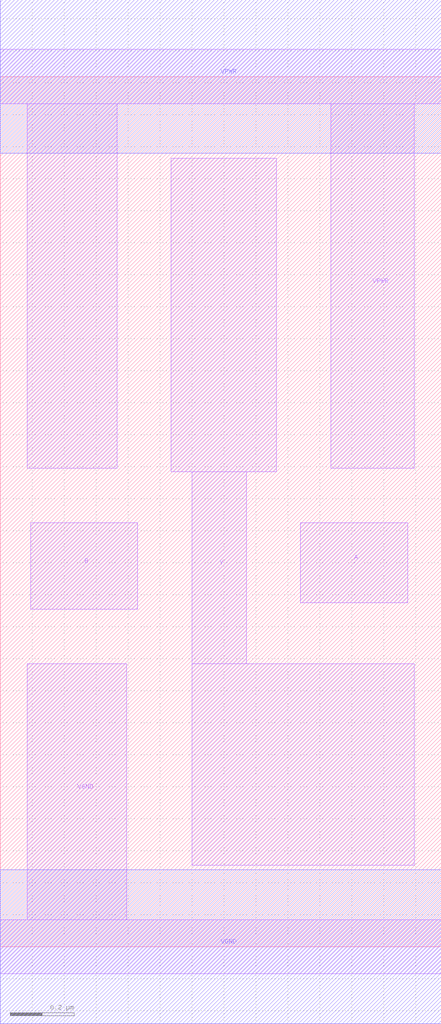
<source format=lef>
# Copyright 2020 The SkyWater PDK Authors
#
# Licensed under the Apache License, Version 2.0 (the "License");
# you may not use this file except in compliance with the License.
# You may obtain a copy of the License at
#
#     https://www.apache.org/licenses/LICENSE-2.0
#
# Unless required by applicable law or agreed to in writing, software
# distributed under the License is distributed on an "AS IS" BASIS,
# WITHOUT WARRANTIES OR CONDITIONS OF ANY KIND, either express or implied.
# See the License for the specific language governing permissions and
# limitations under the License.
#
# SPDX-License-Identifier: Apache-2.0

VERSION 5.5 ;
NAMESCASESENSITIVE ON ;
BUSBITCHARS "[]" ;
DIVIDERCHAR "/" ;
MACRO sky130_fd_sc_hd__nand2_1
  CLASS CORE ;
  SOURCE USER ;
  ORIGIN  0.000000  0.000000 ;
  SIZE  1.380000 BY  2.720000 ;
  SYMMETRY X Y R90 ;
  SITE unithd ;
  PIN A
    ANTENNAGATEAREA  0.247500 ;
    DIRECTION INPUT ;
    USE SIGNAL ;
    PORT
      LAYER li1 ;
        RECT 0.940000 1.075000 1.275000 1.325000 ;
    END
  END A
  PIN B
    ANTENNAGATEAREA  0.247500 ;
    DIRECTION INPUT ;
    USE SIGNAL ;
    PORT
      LAYER li1 ;
        RECT 0.095000 1.055000 0.430000 1.325000 ;
    END
  END B
  PIN Y
    ANTENNADIFFAREA  0.439000 ;
    DIRECTION OUTPUT ;
    USE SIGNAL ;
    PORT
      LAYER li1 ;
        RECT 0.535000 1.485000 0.865000 2.465000 ;
        RECT 0.600000 0.255000 1.295000 0.885000 ;
        RECT 0.600000 0.885000 0.770000 1.485000 ;
    END
  END Y
  PIN VGND
    DIRECTION INOUT ;
    SHAPE ABUTMENT ;
    USE GROUND ;
    PORT
      LAYER li1 ;
        RECT 0.000000 -0.085000 1.380000 0.085000 ;
        RECT 0.085000  0.085000 0.395000 0.885000 ;
    END
    PORT
      LAYER met1 ;
        RECT 0.000000 -0.240000 1.380000 0.240000 ;
    END
  END VGND
  PIN VPWR
    DIRECTION INOUT ;
    SHAPE ABUTMENT ;
    USE POWER ;
    PORT
      LAYER li1 ;
        RECT 0.000000 2.635000 1.380000 2.805000 ;
        RECT 0.085000 1.495000 0.365000 2.635000 ;
        RECT 1.035000 1.495000 1.295000 2.635000 ;
    END
    PORT
      LAYER met1 ;
        RECT 0.000000 2.480000 1.380000 2.960000 ;
    END
  END VPWR
  OBS
  END
END sky130_fd_sc_hd__nand2_1

</source>
